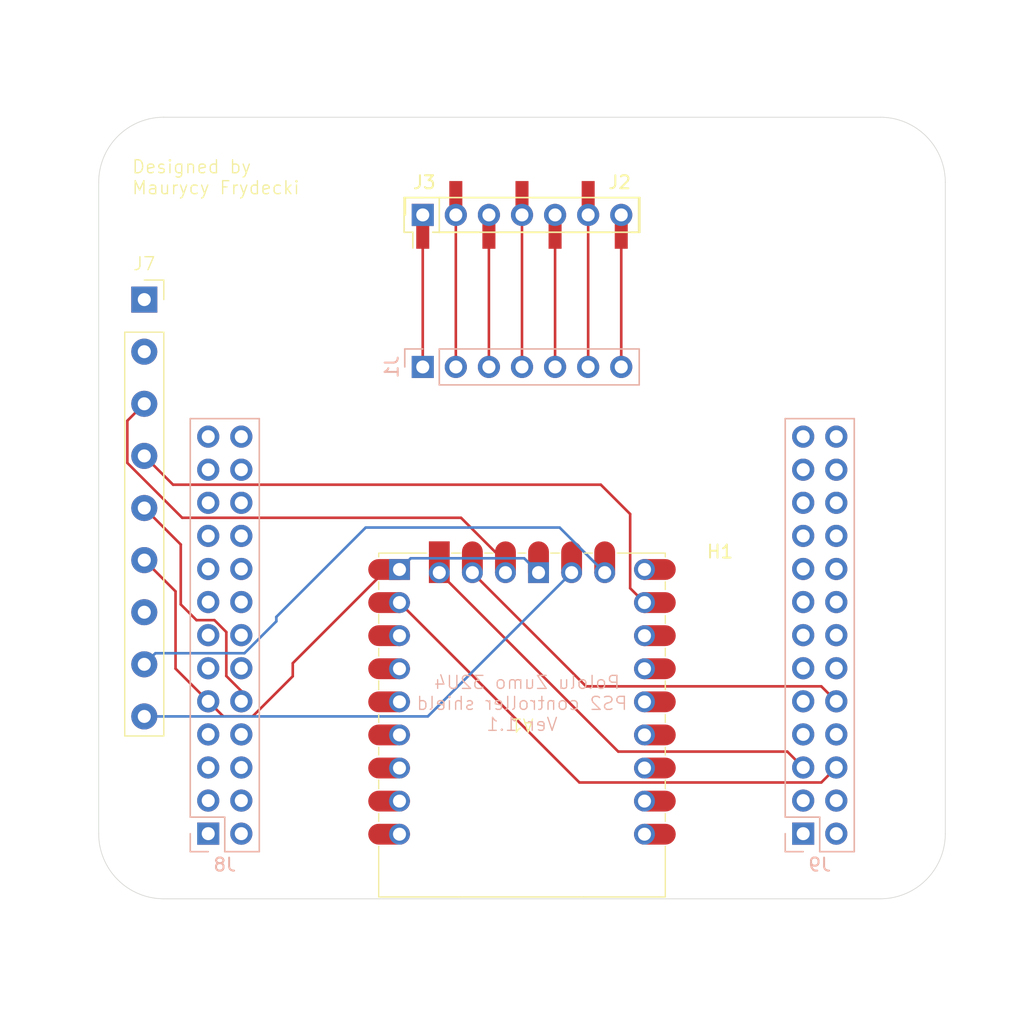
<source format=kicad_pcb>
(kicad_pcb (version 20241229) (generator "pcbnew") (generator_version "9.0")
  (layers (0 "F.Cu" signal) (2 "B.Cu" signal) (13 "F.Paste" user) (15 "B.Paste" user) (5 "F.SilkS" user "F.Silkscreen") (7 "B.SilkS" user "B.Silkscreen") (1 "F.Mask" user) (3 "B.Mask" user) (25 "Edge.Cuts" user))
  (net 0 "")
  (net 1 "Net-(A1-D13)")
  (net 2 "Net-(A1-D1{slash}TX)")
  (net 9 "Net-(A1-D12)")
  (net 11 "Net-(A1-D11)")
  (net 12 "Net-(A1-D0{slash}RX)")
  (net 15 "GND")
  (net 19 "Net-(A1-D10)")
  (net 22 "Net-(J1-Pin_5)")
  (net 23 "Net-(J1-Pin_7)")
  (net 24 "Net-(J1-Pin_3)")
  (net 25 "Net-(J1-Pin_1)")
  (net 26 "Net-(J1-Pin_2)")
  (net 27 "Net-(J1-Pin_4)")
  (net 28 "Net-(J1-Pin_6)")
  (net 29 "VCC")
  (net 34 "Net-(J7-Pin_5)")
  (footprint "WsCK_Library:PS2_Controller_Conn" (layer "F.Cu") (at 121 100)
    (property "Reference" "J7" (at 0 -18.75 0) (layer "F.SilkS") (effects (font (thickness 0.1))))
    (property "Value" "PS2_Conn")
    (fp_line (start -1.5 -13.5) (end -1.5 17.5) (stroke (width 0.1)) (layer "F.SilkS"))
    (fp_line (start -1.5 17.5) (end 1.5 17.5) (stroke (width 0.1)) (layer "F.SilkS"))
    (fp_line (start 0 -17.5) (end 1.5 -17.5) (stroke (width 0.1)) (layer "F.SilkS"))
    (fp_line (start 1.5 -17.5) (end 1.5 -16) (stroke (width 0.1)) (layer "F.SilkS"))
    (fp_line (start 1.5 -13.5) (end -1.5 -13.5) (stroke (width 0.1)) (layer "F.SilkS"))
    (fp_line (start 1.5 17.5) (end 1.5 -13.5) (stroke (width 0.1)) (layer "F.SilkS"))
    (pad "1" thru_hole rect (at 0 -16 270) (size 2 2) (drill 1) (layers "*.Cu" "*.Mask"))
    (pad "2" thru_hole circle (at 0 -12 270) (size 2 2) (drill 1) (layers "*.Cu" "*.Mask"))
    (pad "3" thru_hole circle (at 0 -8 270) (size 2 2) (drill 1) (layers "*.Cu" "*.Mask") (net 1 "Net-(A1-D13)"))
    (pad "4" thru_hole circle (at 0 -4 270) (size 2 2) (drill 1) (layers "*.Cu" "*.Mask") (net 19 "Net-(A1-D10)"))
    (pad "5" thru_hole circle (at 0 0 270) (size 2 2) (drill 1) (layers "*.Cu" "*.Mask") (net 34 "Net-(J7-Pin_5)"))
    (pad "6" thru_hole circle (at 0 4 270) (size 2 2) (drill 1) (layers "*.Cu" "*.Mask") (net 15 "GND"))
    (pad "7" thru_hole circle (at 0 8 270) (size 2 2) (drill 1) (layers "*.Cu" "*.Mask"))
    (pad "8" thru_hole circle (at 0 12 270) (size 2 2) (drill 1) (layers "*.Cu" "*.Mask") (net 11 "Net-(A1-D11)"))
    (pad "9" thru_hole circle (at 0 16 270) (size 2 2) (drill 1) (layers "*.Cu" "*.Mask") (net 9 "Net-(A1-D12)"))
  )
  (footprint "WsCK_Library:Nano_V3_SuperMini" (layer "F.Cu") (at 150 116.66 180)
    (property "Reference" "A1" (at 0 0 180) (layer "F.SilkS") (effects (font (thickness 0.1))))
    (property "Value" "Nano_v3_SuperMini")
    (fp_line (start 11 13.2) (end 11 12.9) (stroke (width 0.1)) (layer "F.SilkS"))
    (fp_line (start 11 11) (end 11 10.4) (stroke (width 0.1)) (layer "F.SilkS"))
    (fp_line (start 11 8.5) (end 11 7.8) (stroke (width 0.1)) (layer "F.SilkS"))
    (fp_line (start 11 5.9) (end 11 5.3) (stroke (width 0.1)) (layer "F.SilkS"))
    (fp_line (start 11 3.4) (end 11 2.7) (stroke (width 0.1)) (layer "F.SilkS"))
    (fp_line (start 11 0.8) (end 11 0.2) (stroke (width 0.1)) (layer "F.SilkS"))
    (fp_line (start 11 -1.7) (end 11 -2.3) (stroke (width 0.1)) (layer "F.SilkS"))
    (fp_line (start 11 -4.2) (end 11 -4.9) (stroke (width 0.1)) (layer "F.SilkS"))
    (fp_line (start 11 -6.8) (end 11 -7.4) (stroke (width 0.1)) (layer "F.SilkS"))
    (fp_line (start 11 -9.3) (end 11 -13.2) (stroke (width 0.1)) (layer "F.SilkS"))
    (fp_line (start 11 -13.2) (end 4.7 -13.2) (stroke (width 0.1)) (layer "F.SilkS"))
    (fp_line (start 7.3 13.2) (end 11 13.2) (stroke (width 0.1)) (layer "F.SilkS"))
    (fp_line (start 4.7 13.2) (end 5.4 13.2) (stroke (width 0.1)) (layer "F.SilkS"))
    (fp_line (start 2.2 13.2) (end 2.9 13.2) (stroke (width 0.1)) (layer "F.SilkS"))
    (fp_line (start -0.3 13.2) (end 0.3 13.2) (stroke (width 0.1)) (layer "F.SilkS"))
    (fp_line (start -2.9 13.2) (end -2.2 13.2) (stroke (width 0.1)) (layer "F.SilkS"))
    (fp_line (start -4.7 -13.2) (end 4.7 -13.2) (stroke (width 0.1)) (layer "F.SilkS"))
    (fp_line (start -4.7 -13.2) (end -11 -13.2) (stroke (width 0.1)) (layer "F.SilkS"))
    (fp_line (start -5.4 13.2) (end -4.8 13.2) (stroke (width 0.1)) (layer "F.SilkS"))
    (fp_line (start -11 13.2) (end -7.3 13.2) (stroke (width 0.1)) (layer "F.SilkS"))
    (fp_line (start -11 12.9) (end -11 13.2) (stroke (width 0.1)) (layer "F.SilkS"))
    (fp_line (start -11 10.4) (end -11 11) (stroke (width 0.1)) (layer "F.SilkS"))
    (fp_line (start -11 7.8) (end -11 8.4) (stroke (width 0.1)) (layer "F.SilkS"))
    (fp_line (start -11 5.3) (end -11 5.9) (stroke (width 0.1)) (layer "F.SilkS"))
    (fp_line (start -11 2.7) (end -11 3.4) (stroke (width 0.1)) (layer "F.SilkS"))
    (fp_line (start -11 0.2) (end -11 0.8) (stroke (width 0.1)) (layer "F.SilkS"))
    (fp_line (start -11 -2.3) (end -11 -1.7) (stroke (width 0.1)) (layer "F.SilkS"))
    (fp_line (start -11 -4.9) (end -11 -4.2) (stroke (width 0.1)) (layer "F.SilkS"))
    (fp_line (start -11 -7.4) (end -11 -6.8) (stroke (width 0.1)) (layer "F.SilkS"))
    (fp_line (start -11 -13.2) (end -11 -9.3) (stroke (width 0.1)) (layer "F.SilkS"))
    (pad "1" thru_hole circle (at 6.35 11.7 180) (size 1.6 1.6) (drill 1) (layers "*.Cu" "*.Mask") (net 2 "Net-(A1-D1{slash}TX)"))
    (pad "1" smd rect (at 6.35 12.5 270) (size 3.2 1.6) (layers "F.Cu" "F.Mask") (net 2 "Net-(A1-D1{slash}TX)"))
    (pad "2" thru_hole circle (at 3.81 11.7 180) (size 1.6 1.6) (drill 1) (layers "*.Cu" "*.Mask") (net 12 "Net-(A1-D0{slash}RX)"))
    (pad "2" smd roundrect (at 3.81 12.5 270) (size 3.2 1.6) (layers "F.Cu" "F.Mask") (roundrect_rratio 0.5) (net 12 "Net-(A1-D0{slash}RX)"))
    (pad "3" thru_hole circle (at 9.405 -8.38 180) (size 1.6 1.6) (drill 1) (layers "*.Cu" "*.Mask"))
    (pad "3" smd roundrect (at 10.205 -8.38 180) (size 3.2 1.6) (layers "F.Cu" "F.Mask") (roundrect_rratio 0.5))
    (pad "4" thru_hole rect (at 9.405 11.94 180) (size 1.6 1.6) (drill 1) (layers "*.Cu" "*.Mask") (net 15 "GND"))
    (pad "4" smd roundrect (at 10.205 11.94 180) (size 3.2 1.6) (layers "F.Cu" "F.Mask") (roundrect_rratio 0.5) (net 15 "GND"))
    (pad "6" smd roundrect (at -10.205 -8.38 180) (size 3.2 1.6) (layers "F.Cu" "F.Mask") (roundrect_rratio 0.5))
    (pad "6" thru_hole circle (at -9.405 -8.38 180) (size 1.6 1.6) (drill 1) (layers "*.Cu" "*.Mask"))
    (pad "7" smd roundrect (at -10.205 -5.84 180) (size 3.2 1.6) (layers "F.Cu" "F.Mask") (roundrect_rratio 0.5))
    (pad "7" thru_hole circle (at -9.405 -5.84 180) (size 1.6 1.6) (drill 1) (layers "*.Cu" "*.Mask"))
    (pad "8" smd roundrect (at -10.205 -3.3 180) (size 3.2 1.6) (layers "F.Cu" "F.Mask") (roundrect_rratio 0.5))
    (pad "8" thru_hole circle (at -9.405 -3.3 180) (size 1.6 1.6) (drill 1) (layers "*.Cu" "*.Mask"))
    (pad "9" smd roundrect (at -10.205 -0.76 180) (size 3.2 1.6) (layers "F.Cu" "F.Mask") (roundrect_rratio 0.5))
    (pad "9" thru_hole circle (at -9.405 -0.76 180) (size 1.6 1.6) (drill 1) (layers "*.Cu" "*.Mask"))
    (pad "10" smd roundrect (at -10.205 1.78 180) (size 3.2 1.6) (layers "F.Cu" "F.Mask") (roundrect_rratio 0.5))
    (pad "10" thru_hole circle (at -9.405 1.78 180) (size 1.6 1.6) (drill 1) (layers "*.Cu" "*.Mask"))
    (pad "11" smd roundrect (at -10.205 4.32 180) (size 3.2 1.6) (layers "F.Cu" "F.Mask") (roundrect_rratio 0.5))
    (pad "11" thru_hole circle (at -9.405 4.32 180) (size 1.6 1.6) (drill 1) (layers "*.Cu" "*.Mask"))
    (pad "12" smd roundrect (at -10.205 6.86 180) (size 3.2 1.6) (layers "F.Cu" "F.Mask") (roundrect_rratio 0.5))
    (pad "12" thru_hole circle (at -9.405 6.86 180) (size 1.6 1.6) (drill 1) (layers "*.Cu" "*.Mask"))
    (pad "13" smd roundrect (at -10.205 9.4 180) (size 3.2 1.6) (layers "F.Cu" "F.Mask") (roundrect_rratio 0.5) (net 19 "Net-(A1-D10)"))
    (pad "13" thru_hole circle (at -9.405 9.4 180) (size 1.6 1.6) (drill 1) (layers "*.Cu" "*.Mask") (net 19 "Net-(A1-D10)"))
    (pad "14" thru_hole circle (at -6.35 11.7 180) (size 1.6 1.6) (drill 1) (layers "*.Cu" "*.Mask") (net 11 "Net-(A1-D11)"))
    (pad "14" smd roundrect (at -6.35 12.5 270) (size 3.2 1.6) (layers "F.Cu" "F.Mask") (roundrect_rratio 0.5) (net 11 "Net-(A1-D11)"))
    (pad "15" thru_hole circle (at -3.81 11.7 180) (size 1.6 1.6) (drill 1) (layers "*.Cu" "*.Mask") (net 9 "Net-(A1-D12)"))
    (pad "15" smd roundrect (at -3.81 12.5 270) (size 3.2 1.6) (layers "F.Cu" "F.Mask") (roundrect_rratio 0.5) (net 9 "Net-(A1-D12)"))
    (pad "16" thru_hole circle (at 1.27 11.7 180) (size 1.6 1.6) (drill 1) (layers "*.Cu" "*.Mask") (net 1 "Net-(A1-D13)"))
    (pad "16" smd roundrect (at 1.27 12.5 270) (size 3.2 1.6) (layers "F.Cu" "F.Mask") (roundrect_rratio 0.5) (net 1 "Net-(A1-D13)"))
    (pad "19" thru_hole circle (at 9.405 6.86 180) (size 1.6 1.6) (drill 1) (layers "*.Cu" "*.Mask"))
    (pad "19" smd roundrect (at 10.205 6.86 180) (size 3.2 1.6) (layers "F.Cu" "F.Mask") (roundrect_rratio 0.5))
    (pad "20" thru_hole circle (at 9.405 4.32 180) (size 1.6 1.6) (drill 1) (layers "*.Cu" "*.Mask"))
    (pad "20" smd roundrect (at 10.205 4.32 180) (size 3.2 1.6) (layers "F.Cu" "F.Mask") (roundrect_rratio 0.5))
    (pad "21" thru_hole circle (at 9.405 1.78 180) (size 1.6 1.6) (drill 1) (layers "*.Cu" "*.Mask"))
    (pad "21" smd roundrect (at 10.205 1.78 180) (size 3.2 1.6) (layers "F.Cu" "F.Mask") (roundrect_rratio 0.5))
    (pad "22" thru_hole circle (at 9.405 -0.76 180) (size 1.6 1.6) (drill 1) (layers "*.Cu" "*.Mask"))
    (pad "22" smd roundrect (at 10.205 -0.76 180) (size 3.2 1.6) (layers "F.Cu" "F.Mask") (roundrect_rratio 0.5))
    (pad "23" thru_hole circle (at 9.405 -3.3 180) (size 1.6 1.6) (drill 1) (layers "*.Cu" "*.Mask"))
    (pad "23" smd roundrect (at 10.205 -3.3 180) (size 3.2 1.6) (layers "F.Cu" "F.Mask") (roundrect_rratio 0.5))
    (pad "24" thru_hole circle (at 9.405 -5.84 180) (size 1.6 1.6) (drill 1) (layers "*.Cu" "*.Mask"))
    (pad "24" smd roundrect (at 10.205 -5.84 180) (size 3.2 1.6) (layers "F.Cu" "F.Mask") (roundrect_rratio 0.5))
    (pad "27" smd roundrect (at -10.205 11.94 180) (size 3.2 1.6) (layers "F.Cu" "F.Mask") (roundrect_rratio 0.5))
    (pad "27" thru_hole circle (at -9.405 11.94 180) (size 1.6 1.6) (drill 1) (layers "*.Cu" "*.Mask"))
    (pad "29" thru_hole rect (at -1.27 11.7 180) (size 1.6 1.6) (drill 1) (layers "*.Cu" "*.Mask") (net 15 "GND"))
    (pad "29" smd roundrect (at -1.27 12.5 270) (size 3.2 1.6) (layers "F.Cu" "F.Mask") (roundrect_rratio 0.5) (net 15 "GND"))
    (pad "30" thru_hole circle (at 9.405 9.4 180) (size 1.6 1.6) (drill 1) (layers "*.Cu" "*.Mask") (net 29 "VCC"))
    (pad "30" smd roundrect (at 10.205 9.4 180) (size 3.2 1.6) (layers "F.Cu" "F.Mask") (roundrect_rratio 0.5) (net 29 "VCC"))
  )
  (footprint "MountingHole:MountingHole_2.2mm_M2" (layer "F.Cu") (at 165.2 106.5)
    (property "Reference" "H1" (at 0 -3.15 0) (layer "F.SilkS"))
    (property "Value" "LCD_MountingHole")
    (pad "" np_thru_hole circle (at 0 0) (size 2.2 2.2) (drill 2.2) (layers "*.Cu" "*.Mask"))
  )
  (footprint "Connector_PinSocket_2.54mm:PinSocket_1x07_P2.54mm_Vertical" (layer "F.Cu") (at 142.38 77.5 90)
    (property "Reference" "J2" (at 2.5 15.12 180) (layer "F.SilkS"))
    (property "Value" "Conn_01x07_Socket")
    (fp_line (start 1.33 -1.33) (end 1.33 0) (stroke (width 0.12)) (layer "F.SilkS"))
    (fp_line (start 0 -1.33) (end 1.33 -1.33) (stroke (width 0.12)) (layer "F.SilkS"))
    (fp_line (start 1.33 1.27) (end 1.33 16.57) (stroke (width 0.12)) (layer "F.SilkS"))
    (fp_line (start -1.33 1.27) (end 1.33 1.27) (stroke (width 0.12)) (layer "F.SilkS"))
    (fp_line (start -1.33 1.27) (end -1.33 16.57) (stroke (width 0.12)) (layer "F.SilkS"))
    (fp_line (start -1.33 16.57) (end 1.33 16.57) (stroke (width 0.12)) (layer "F.SilkS"))
    (pad "1" thru_hole rect (at 0 0 90) (size 1.7 1.7) (drill 1) (layers "*.Cu" "*.Mask") (net 25 "Net-(J1-Pin_1)"))
    (pad "2" thru_hole circle (at 0 2.54 90) (size 1.7 1.7) (drill 1) (layers "*.Cu" "*.Mask") (net 26 "Net-(J1-Pin_2)"))
    (pad "3" thru_hole circle (at 0 5.08 90) (size 1.7 1.7) (drill 1) (layers "*.Cu" "*.Mask") (net 24 "Net-(J1-Pin_3)"))
    (pad "4" thru_hole circle (at 0 7.62 90) (size 1.7 1.7) (drill 1) (layers "*.Cu" "*.Mask") (net 27 "Net-(J1-Pin_4)"))
    (pad "5" thru_hole circle (at 0 10.16 90) (size 1.7 1.7) (drill 1) (layers "*.Cu" "*.Mask") (net 22 "Net-(J1-Pin_5)"))
    (pad "6" thru_hole circle (at 0 12.7 90) (size 1.7 1.7) (drill 1) (layers "*.Cu" "*.Mask") (net 28 "Net-(J1-Pin_6)"))
    (pad "7" thru_hole circle (at 0 15.24 90) (size 1.7 1.7) (drill 1) (layers "*.Cu" "*.Mask") (net 23 "Net-(J1-Pin_7)"))
  )
  (footprint "Connector_PinSocket_2.54mm:PinSocket_1x07_P2.54mm_Vertical_SMD_Pin1Left" (layer "F.Cu") (at 150 77.5 90)
    (property "Reference" "J3" (at 2.5 -7.5 180) (layer "F.SilkS"))
    (property "Value" "Conn_01x07_Socket")
    (fp_line (start 1.33 -9.05) (end 1.33 -5.84) (stroke (width 0.12)) (layer "F.SilkS"))
    (fp_line (start -1.33 -9.05) (end 1.33 -9.05) (stroke (width 0.12)) (layer "F.SilkS"))
    (fp_line (start -1.33 -9.05) (end -1.33 -8.38) (stroke (width 0.12)) (layer "F.SilkS"))
    (fp_line (start -2.54 -8.38) (end -1.33 -8.38) (stroke (width 0.12)) (layer "F.SilkS"))
    (fp_line (start -1.33 -6.86) (end -1.33 -3.3) (stroke (width 0.12)) (layer "F.SilkS"))
    (fp_line (start 1.33 -4.32) (end 1.33 -0.76) (stroke (width 0.12)) (layer "F.SilkS"))
    (fp_line (start -1.33 -1.78) (end -1.33 1.78) (stroke (width 0.12)) (layer "F.SilkS"))
    (fp_line (start 1.33 0.76) (end 1.33 4.32) (stroke (width 0.12)) (layer "F.SilkS"))
    (fp_line (start -1.33 3.3) (end -1.33 6.86) (stroke (width 0.12)) (layer "F.SilkS"))
    (fp_line (start 1.33 5.84) (end 1.33 9.05) (stroke (width 0.12)) (layer "F.SilkS"))
    (fp_line (start -1.33 8.38) (end -1.33 9.05) (stroke (width 0.12)) (layer "F.SilkS"))
    (fp_line (start -1.33 9.05) (end 1.33 9.05) (stroke (width 0.12)) (layer "F.SilkS"))
    (pad "1" smd rect (at -1.65 -7.62 90) (size 1.9 1) (layers "F.Cu" "F.Mask" "F.Paste") (net 25 "Net-(J1-Pin_1)"))
    (pad "2" smd rect (at 1.65 -5.08 90) (size 1.9 1) (layers "F.Cu" "F.Mask" "F.Paste") (net 26 "Net-(J1-Pin_2)"))
    (pad "3" smd rect (at -1.65 -2.54 90) (size 1.9 1) (layers "F.Cu" "F.Mask" "F.Paste") (net 24 "Net-(J1-Pin_3)"))
    (pad "4" smd rect (at 1.65 0 90) (size 1.9 1) (layers "F.Cu" "F.Mask" "F.Paste") (net 27 "Net-(J1-Pin_4)"))
    (pad "5" smd rect (at -1.65 2.54 90) (size 1.9 1) (layers "F.Cu" "F.Mask" "F.Paste") (net 22 "Net-(J1-Pin_5)"))
    (pad "6" smd rect (at 1.65 5.08 90) (size 1.9 1) (layers "F.Cu" "F.Mask" "F.Paste") (net 28 "Net-(J1-Pin_6)"))
    (pad "7" smd rect (at -1.65 7.62 90) (size 1.9 1) (layers "F.Cu" "F.Mask" "F.Paste") (net 23 "Net-(J1-Pin_7)"))
  )
  (footprint "Connector_PinHeader_2.54mm:PinHeader_1x07_P2.54mm_Vertical" (layer "B.Cu") (at 142.38 89.17 -90)
    (property "Reference" "J1" (at 0 2.38 90) (layer "B.SilkS") (effects (justify mirror)))
    (property "Value" "Conn_01x07_Pin")
    (fp_line (start -1.38 1.38) (end 0 1.38) (stroke (width 0.12)) (layer "B.SilkS"))
    (fp_line (start -1.38 0) (end -1.38 1.38) (stroke (width 0.12)) (layer "B.SilkS"))
    (fp_line (start -1.38 -1.27) (end 1.38 -1.27) (stroke (width 0.12)) (layer "B.SilkS"))
    (fp_line (start -1.38 -1.27) (end -1.38 -16.62) (stroke (width 0.12)) (layer "B.SilkS"))
    (fp_line (start 1.38 -1.27) (end 1.38 -16.62) (stroke (width 0.12)) (layer "B.SilkS"))
    (fp_line (start -1.38 -16.62) (end 1.38 -16.62) (stroke (width 0.12)) (layer "B.SilkS"))
    (pad "1" thru_hole rect (at 0 0 270) (size 1.7 1.7) (drill 1) (layers "*.Cu" "*.Mask") (net 25 "Net-(J1-Pin_1)"))
    (pad "2" thru_hole circle (at 0 -2.54 270) (size 1.7 1.7) (drill 1) (layers "*.Cu" "*.Mask") (net 26 "Net-(J1-Pin_2)"))
    (pad "3" thru_hole circle (at 0 -5.08 270) (size 1.7 1.7) (drill 1) (layers "*.Cu" "*.Mask") (net 24 "Net-(J1-Pin_3)"))
    (pad "4" thru_hole circle (at 0 -7.62 270) (size 1.7 1.7) (drill 1) (layers "*.Cu" "*.Mask") (net 27 "Net-(J1-Pin_4)"))
    (pad "5" thru_hole circle (at 0 -10.16 270) (size 1.7 1.7) (drill 1) (layers "*.Cu" "*.Mask") (net 22 "Net-(J1-Pin_5)"))
    (pad "6" thru_hole circle (at 0 -12.7 270) (size 1.7 1.7) (drill 1) (layers "*.Cu" "*.Mask") (net 28 "Net-(J1-Pin_6)"))
    (pad "7" thru_hole circle (at 0 -15.24 270) (size 1.7 1.7) (drill 1) (layers "*.Cu" "*.Mask") (net 23 "Net-(J1-Pin_7)"))
  )
  (footprint "Connector_PinHeader_2.54mm:PinHeader_2x13_P2.54mm_Vertical" (layer "B.Cu") (at 171.59 125)
    (property "Reference" "J9" (at 1.27 2.38 0) (layer "B.SilkS") (effects (justify mirror)))
    (property "Value" "Conn_R")
    (fp_line (start -1.38 -31.86) (end 3.92 -31.86) (stroke (width 0.12)) (layer "B.SilkS"))
    (fp_line (start -1.38 -1.27) (end -1.38 -31.86) (stroke (width 0.12)) (layer "B.SilkS"))
    (fp_line (start -1.38 -1.27) (end 1.27 -1.27) (stroke (width 0.12)) (layer "B.SilkS"))
    (fp_line (start -1.38 0) (end -1.38 1.38) (stroke (width 0.12)) (layer "B.SilkS"))
    (fp_line (start -1.38 1.38) (end 0 1.38) (stroke (width 0.12)) (layer "B.SilkS"))
    (fp_line (start 1.27 -1.27) (end 1.27 1.38) (stroke (width 0.12)) (layer "B.SilkS"))
    (fp_line (start 1.27 1.38) (end 3.92 1.38) (stroke (width 0.12)) (layer "B.SilkS"))
    (fp_line (start 3.92 1.38) (end 3.92 -31.86) (stroke (width 0.12)) (layer "B.SilkS"))
    (pad "1" thru_hole rect (at 0 0) (size 1.7 1.7) (drill 1) (layers "*.Cu" "*.Mask"))
    (pad "2" thru_hole circle (at 2.54 0) (size 1.7 1.7) (drill 1) (layers "*.Cu" "*.Mask"))
    (pad "3" thru_hole circle (at 0 -2.54) (size 1.7 1.7) (drill 1) (layers "*.Cu" "*.Mask"))
    (pad "4" thru_hole circle (at 2.54 -2.54) (size 1.7 1.7) (drill 1) (layers "*.Cu" "*.Mask"))
    (pad "5" thru_hole circle (at 0 -5.08) (size 1.7 1.7) (drill 1) (layers "*.Cu" "*.Mask") (net 2 "Net-(A1-D1{slash}TX)"))
    (pad "6" thru_hole circle (at 2.54 -5.08) (size 1.7 1.7) (drill 1) (layers "*.Cu" "*.Mask") (net 29 "VCC"))
    (pad "7" thru_hole circle (at 0 -7.62) (size 1.7 1.7) (drill 1) (layers "*.Cu" "*.Mask"))
    (pad "8" thru_hole circle (at 2.54 -7.62) (size 1.7 1.7) (drill 1) (layers "*.Cu" "*.Mask"))
    (pad "9" thru_hole circle (at 0 -10.16) (size 1.7 1.7) (drill 1) (layers "*.Cu" "*.Mask"))
    (pad "10" thru_hole circle (at 2.54 -10.16) (size 1.7 1.7) (drill 1) (layers "*.Cu" "*.Mask") (net 12 "Net-(A1-D0{slash}RX)"))
    (pad "11" thru_hole circle (at 0 -12.7) (size 1.7 1.7) (drill 1) (layers "*.Cu" "*.Mask"))
    (pad "12" thru_hole circle (at 2.54 -12.7) (size 1.7 1.7) (drill 1) (layers "*.Cu" "*.Mask"))
    (pad "13" thru_hole circle (at 0 -15.24) (size 1.7 1.7) (drill 1) (layers "*.Cu" "*.Mask"))
    (pad "14" thru_hole circle (at 2.54 -15.24) (size 1.7 1.7) (drill 1) (layers "*.Cu" "*.Mask"))
    (pad "15" thru_hole circle (at 0 -17.78) (size 1.7 1.7) (drill 1) (layers "*.Cu" "*.Mask"))
    (pad "16" thru_hole circle (at 2.54 -17.78) (size 1.7 1.7) (drill 1) (layers "*.Cu" "*.Mask"))
    (pad "17" thru_hole circle (at 0 -20.32) (size 1.7 1.7) (drill 1) (layers "*.Cu" "*.Mask"))
    (pad "18" thru_hole circle (at 2.54 -20.32) (size 1.7 1.7) (drill 1) (layers "*.Cu" "*.Mask"))
    (pad "19" thru_hole circle (at 0 -22.86) (size 1.7 1.7) (drill 1) (layers "*.Cu" "*.Mask"))
    (pad "20" thru_hole circle (at 2.54 -22.86) (size 1.7 1.7) (drill 1) (layers "*.Cu" "*.Mask"))
    (pad "21" thru_hole circle (at 0 -25.4) (size 1.7 1.7) (drill 1) (layers "*.Cu" "*.Mask"))
    (pad "22" thru_hole circle (at 2.54 -25.4) (size 1.7 1.7) (drill 1) (layers "*.Cu" "*.Mask"))
    (pad "23" thru_hole circle (at 0 -27.94) (size 1.7 1.7) (drill 1) (layers "*.Cu" "*.Mask"))
    (pad "24" thru_hole circle (at 2.54 -27.94) (size 1.7 1.7) (drill 1) (layers "*.Cu" "*.Mask"))
    (pad "25" thru_hole circle (at 0 -30.48) (size 1.7 1.7) (drill 1) (layers "*.Cu" "*.Mask"))
    (pad "26" thru_hole circle (at 2.54 -30.48) (size 1.7 1.7) (drill 1) (layers "*.Cu" "*.Mask"))
  )
  (footprint "Connector_PinHeader_2.54mm:PinHeader_2x13_P2.54mm_Vertical" (layer "B.Cu") (at 125.91 125)
    (property "Reference" "J8" (at 1.27 2.38 0) (layer "B.SilkS") (effects (justify mirror)))
    (property "Value" "Conn_L")
    (fp_line (start -1.38 -31.86) (end 3.92 -31.86) (stroke (width 0.12)) (layer "B.SilkS"))
    (fp_line (start -1.38 -1.27) (end -1.38 -31.86) (stroke (width 0.12)) (layer "B.SilkS"))
    (fp_line (start -1.38 -1.27) (end 1.27 -1.27) (stroke (width 0.12)) (layer "B.SilkS"))
    (fp_line (start -1.38 0) (end -1.38 1.38) (stroke (width 0.12)) (layer "B.SilkS"))
    (fp_line (start -1.38 1.38) (end 0 1.38) (stroke (width 0.12)) (layer "B.SilkS"))
    (fp_line (start 1.27 -1.27) (end 1.27 1.38) (stroke (width 0.12)) (layer "B.SilkS"))
    (fp_line (start 1.27 1.38) (end 3.92 1.38) (stroke (width 0.12)) (layer "B.SilkS"))
    (fp_line (start 3.92 1.38) (end 3.92 -31.86) (stroke (width 0.12)) (layer "B.SilkS"))
    (pad "1" thru_hole rect (at 0 0) (size 1.7 1.7) (drill 1) (layers "*.Cu" "*.Mask"))
    (pad "2" thru_hole circle (at 2.54 0) (size 1.7 1.7) (drill 1) (layers "*.Cu" "*.Mask"))
    (pad "3" thru_hole circle (at 0 -2.54) (size 1.7 1.7) (drill 1) (layers "*.Cu" "*.Mask"))
    (pad "4" thru_hole circle (at 2.54 -2.54) (size 1.7 1.7) (drill 1) (layers "*.Cu" "*.Mask"))
    (pad "5" thru_hole circle (at 0 -5.08) (size 1.7 1.7) (drill 1) (layers "*.Cu" "*.Mask"))
    (pad "6" thru_hole circle (at 2.54 -5.08) (size 1.7 1.7) (drill 1) (layers "*.Cu" "*.Mask"))
    (pad "7" thru_hole circle (at 0 -7.62) (size 1.7 1.7) (drill 1) (layers "*.Cu" "*.Mask"))
    (pad "8" thru_hole circle (at 2.54 -7.62) (size 1.7 1.7) (drill 1) (layers "*.Cu" "*.Mask"))
    (pad "9" thru_hole circle (at 0 -10.16) (size 1.7 1.7) (drill 1) (layers "*.Cu" "*.Mask") (net 15 "GND"))
    (pad "10" thru_hole circle (at 2.54 -10.16) (size 1.7 1.7) (drill 1) (layers "*.Cu" "*.Mask") (net 34 "Net-(J7-Pin_5)"))
    (pad "11" thru_hole circle (at 0 -12.7) (size 1.7 1.7) (drill 1) (layers "*.Cu" "*.Mask"))
    (pad "12" thru_hole circle (at 2.54 -12.7) (size 1.7 1.7) (drill 1) (layers "*.Cu" "*.Mask"))
    (pad "13" thru_hole circle (at 0 -15.24) (size 1.7 1.7) (drill 1) (layers "*.Cu" "*.Mask"))
    (pad "14" thru_hole circle (at 2.54 -15.24) (size 1.7 1.7) (drill 1) (layers "*.Cu" "*.Mask"))
    (pad "15" thru_hole circle (at 0 -17.78) (size 1.7 1.7) (drill 1) (layers "*.Cu" "*.Mask"))
    (pad "16" thru_hole circle (at 2.54 -17.78) (size 1.7 1.7) (drill 1) (layers "*.Cu" "*.Mask"))
    (pad "17" thru_hole circle (at 0 -20.32) (size 1.7 1.7) (drill 1) (layers "*.Cu" "*.Mask"))
    (pad "18" thru_hole circle (at 2.54 -20.32) (size 1.7 1.7) (drill 1) (layers "*.Cu" "*.Mask"))
    (pad "19" thru_hole circle (at 0 -22.86) (size 1.7 1.7) (drill 1) (layers "*.Cu" "*.Mask"))
    (pad "20" thru_hole circle (at 2.54 -22.86) (size 1.7 1.7) (drill 1) (layers "*.Cu" "*.Mask"))
    (pad "21" thru_hole circle (at 0 -25.4) (size 1.7 1.7) (drill 1) (layers "*.Cu" "*.Mask"))
    (pad "22" thru_hole circle (at 2.54 -25.4) (size 1.7 1.7) (drill 1) (layers "*.Cu" "*.Mask"))
    (pad "23" thru_hole circle (at 0 -27.94) (size 1.7 1.7) (drill 1) (layers "*.Cu" "*.Mask"))
    (pad "24" thru_hole circle (at 2.54 -27.94) (size 1.7 1.7) (drill 1) (layers "*.Cu" "*.Mask"))
    (pad "25" thru_hole circle (at 0 -30.48) (size 1.7 1.7) (drill 1) (layers "*.Cu" "*.Mask"))
    (pad "26" thru_hole circle (at 2.54 -30.48) (size 1.7 1.7) (drill 1) (layers "*.Cu" "*.Mask"))
  )
  (gr_arc (start 122.5 130) (mid 118.964466 128.535534) (end 117.5 125) (stroke (width 0.05)) (layer "Edge.Cuts"))
  (gr_line (start 182.5 75) (end 182.5 125) (stroke (width 0.05)) (layer "Edge.Cuts"))
  (gr_arc (start 117.5 75) (mid 118.964466 71.464466) (end 122.5 70) (stroke (width 0.05)) (layer "Edge.Cuts"))
  (gr_line (start 117.5 125) (end 117.5 75) (stroke (width 0.05)) (layer "Edge.Cuts"))
  (gr_line (start 177.5 130) (end 122.5 130) (stroke (width 0.05)) (layer "Edge.Cuts"))
  (gr_arc (start 177.5 70) (mid 181.035534 71.464466) (end 182.5 75) (stroke (width 0.05)) (layer "Edge.Cuts"))
  (gr_line (start 122.5 70) (end 177.5 70) (stroke (width 0.05)) (layer "Edge.Cuts"))
  (gr_arc (start 182.5 125) (mid 181.035534 128.535534) (end 177.5 130) (stroke (width 0.05)) (layer "Edge.Cuts"))
  (gr_text "Designed by\nMaurycy Frydecki" (at 120 76 0) (layer "F.SilkS") (effects (font (size 1 1) (thickness 0.1)) (justify left bottom)))
  (gr_text "Pololu Zumo 32U4 \nPS2 controller shield\nVer 1.1" (at 150 115 0) (layer "B.SilkS") (effects (font (size 1 1) (thickness 0.1)) (justify mirror)))
  (segment (start 121 92) (end 119.699 93.301) (width 0.2) (layer "F.Cu") (net 1))
  (segment (start 123.911108 100.751) (end 145.321 100.751) (width 0.2) (layer "F.Cu") (net 1))
  (segment (start 119.699 96.538892) (end 123.911108 100.751) (width 0.2) (layer "F.Cu") (net 1))
  (segment (start 119.699 93.301) (end 119.699 96.538892) (width 0.2) (layer "F.Cu") (net 1))
  (segment (start 145.321 100.751) (end 148.73 104.16) (width 0.2) (layer "F.Cu") (net 1))
  (segment (start 171.59 119.92) (end 170.37 118.7) (width 0.2) (layer "F.Cu") (net 2))
  (segment (start 170.37 118.7) (end 157.39 118.7) (width 0.2) (layer "F.Cu") (net 2))
  (segment (start 157.39 118.7) (end 143.65 104.96) (width 0.2) (layer "F.Cu") (net 2))
  (segment (start 153.81 104.96) (end 142.77 116) (width 0.2) (layer "B.Cu") (net 9))
  (segment (start 142.77 116) (end 121 116) (width 0.2) (layer "B.Cu") (net 9))
  (segment (start 131.13876 108.699) (end 128.68876 111.149) (width 0.2) (layer "B.Cu") (net 11))
  (segment (start 128.68876 111.149) (end 121.851 111.149) (width 0.2) (layer "B.Cu") (net 11))
  (segment (start 121.851 111.149) (end 121 112) (width 0.2) (layer "B.Cu") (net 11))
  (segment (start 152.89 101.5) (end 138 101.5) (width 0.2) (layer "B.Cu") (net 11))
  (segment (start 156.35 104.96) (end 152.89 101.5) (width 0.2) (layer "B.Cu") (net 11))
  (segment (start 138 101.5) (end 131.13876 108.36124) (width 0.2) (layer "B.Cu") (net 11))
  (segment (start 131.13876 108.36124) (end 131.13876 108.699) (width 0.2) (layer "B.Cu") (net 11))
  (segment (start 172.979 113.689) (end 154.919 113.689) (width 0.2) (layer "F.Cu") (net 12))
  (segment (start 154.919 113.689) (end 146.19 104.96) (width 0.2) (layer "F.Cu") (net 12))
  (segment (start 174.13 114.84) (end 172.979 113.689) (width 0.2) (layer "F.Cu") (net 12))
  (segment (start 132.4 111.915) (end 139.595 104.72) (width 0.2) (layer "F.Cu") (net 15))
  (segment (start 123.4 106.4) (end 121 104) (width 0.2) (layer "F.Cu") (net 15))
  (segment (start 125.91 114.84) (end 123.4 112.33) (width 0.2) (layer "F.Cu") (net 15))
  (segment (start 127.061 115.991) (end 129.324 115.991) (width 0.2) (layer "F.Cu") (net 15))
  (segment (start 129.324 115.991) (end 132.4 112.915) (width 0.2) (layer "F.Cu") (net 15))
  (segment (start 123.4 112.33) (end 123.4 106.4) (width 0.2) (layer "F.Cu") (net 15))
  (segment (start 132.4 112.915) (end 132.4 111.915) (width 0.2) (layer "F.Cu") (net 15))
  (segment (start 139.595 104.72) (end 140.595 104.72) (width 0.2) (layer "F.Cu") (net 15))
  (segment (start 125.91 114.84) (end 127.061 115.991) (width 0.2) (layer "F.Cu") (net 15))
  (segment (start 140.595 104.72) (end 141.456 103.859) (width 0.2) (layer "B.Cu") (net 15))
  (segment (start 150.169 103.859) (end 151.27 104.96) (width 0.2) (layer "B.Cu") (net 15))
  (segment (start 141.456 103.859) (end 150.169 103.859) (width 0.2) (layer "B.Cu") (net 15))
  (segment (start 158.304 106.159) (end 159.405 107.26) (width 0.2) (layer "F.Cu") (net 19))
  (segment (start 123.211 98.211) (end 156.05305 98.211) (width 0.2) (layer "F.Cu") (net 19))
  (segment (start 156.05305 98.211) (end 158.304 100.46195) (width 0.2) (layer "F.Cu") (net 19))
  (segment (start 158.304 100.46195) (end 158.304 106.159) (width 0.2) (layer "F.Cu") (net 19))
  (segment (start 121 96) (end 123.211 98.211) (width 0.2) (layer "F.Cu") (net 19))
  (segment (start 152.54 79.15) (end 152.54 89.17) (width 0.2) (layer "F.Cu") (net 22))
  (segment (start 157.62 79.15) (end 157.62 89.17) (width 0.2) (layer "F.Cu") (net 23))
  (segment (start 147.46 79.15) (end 147.46 89.17) (width 0.2) (layer "F.Cu") (net 24))
  (segment (start 142.38 89.17) (end 142.38 79.15) (width 0.2) (layer "F.Cu") (net 25))
  (segment (start 144.92 77.5) (end 144.92 89.17) (width 0.2) (layer "F.Cu") (net 26))
  (segment (start 150 77.5) (end 150 89.17) (width 0.2) (layer "F.Cu") (net 27))
  (segment (start 155.08 77.5) (end 155.08 89.17) (width 0.2) (layer "F.Cu") (net 28))
  (segment (start 172.979 121.071) (end 154.406 121.071) (width 0.2) (layer "F.Cu") (net 29))
  (segment (start 174.13 119.92) (end 172.979 121.071) (width 0.2) (layer "F.Cu") (net 29))
  (segment (start 154.406 121.071) (end 140.595 107.26) (width 0.2) (layer "F.Cu") (net 29))
  (segment (start 126.38676 108.609) (end 127.299 109.52124) (width 0.2) (layer "F.Cu") (net 34))
  (segment (start 121 100) (end 123.801 102.801) (width 0.2) (layer "F.Cu") (net 34))
  (segment (start 123.801 102.801) (end 123.801 107.401) (width 0.2) (layer "F.Cu") (net 34))
  (segment (start 127.299 109.52124) (end 127.299 112.897) (width 0.2) (layer "F.Cu") (net 34))
  (segment (start 125.009 108.609) (end 126.38676 108.609) (width 0.2) (layer "F.Cu") (net 34))
  (segment (start 127.299 112.897) (end 128.45 114.048) (width 0.2) (layer "F.Cu") (net 34))
  (segment (start 123.801 107.401) (end 125.009 108.609) (width 0.2) (layer "F.Cu") (net 34))
  (segment (start 128.45 114.048) (end 128.45 114.84) (width 0.2) (layer "F.Cu") (net 34))
)
</source>
